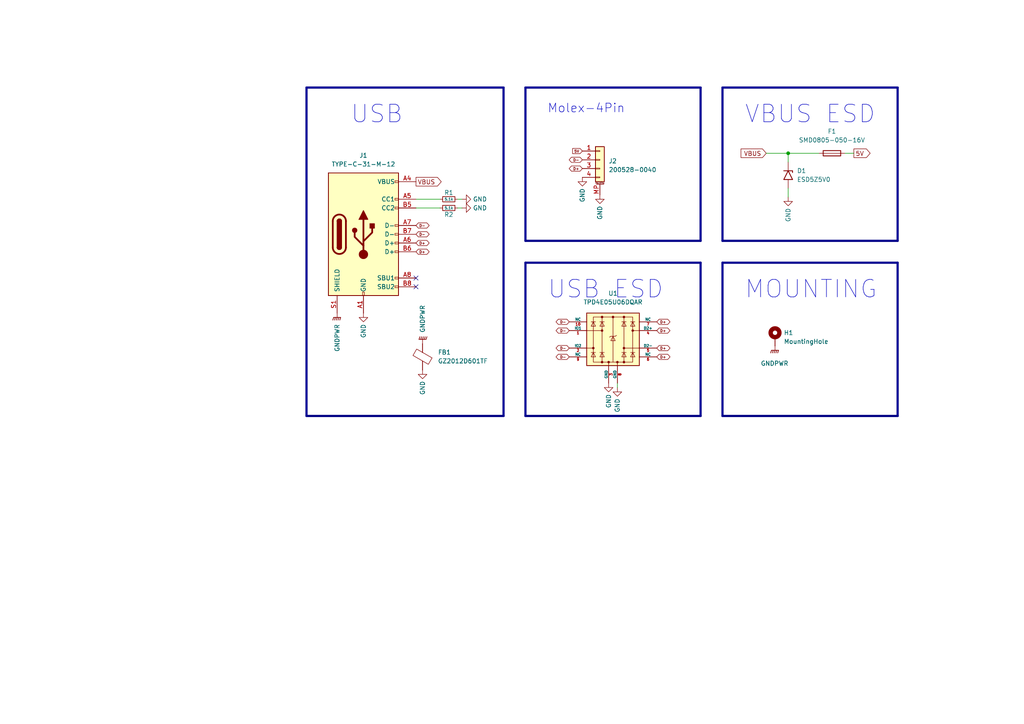
<source format=kicad_sch>
(kicad_sch (version 20231120) (generator "eeschema") (generator_version "8.0")
  (paper "A4")
  (title_block (title "Unified Daughterboard UDB-S1") (date "2022-09-16") (rev "V1.0.0"))
  (lib_symbols
    (symbol "Connector:USB_C_Receptacle_USB2.0" (pin_names (offset 1.016))
      (property "Reference" "J" (at -10.16 19.05 0))
      (property "Value" "USB_C_Receptacle_USB2.0" (at 19.05 19.05 0))
      (symbol "USB_C_Receptacle_USB2.0_0_0"
        (rectangle (start -0.254 -17.78) (end 0.254 -16.764))
        (rectangle (start 10.16 -14.986) (end 9.144 -15.494))
        (rectangle (start 10.16 -12.446) (end 9.144 -12.954))
        (rectangle (start 10.16 -4.826) (end 9.144 -5.334))
        (rectangle (start 10.16 -2.286) (end 9.144 -2.794))
        (rectangle (start 10.16 0.254) (end 9.144 -0.254))
        (rectangle (start 10.16 2.794) (end 9.144 2.286))
        (rectangle (start 10.16 7.874) (end 9.144 7.366))
        (rectangle (start 10.16 10.414) (end 9.144 9.906))
        (rectangle (start 10.16 15.494) (end 9.144 14.986))
      )
      (symbol "USB_C_Receptacle_USB2.0_0_1"
        (rectangle (start -10.16 17.78) (end 10.16 -17.78) (stroke (width 0.254)) (fill (type background)))
        (arc (start -8.89 -3.81) (mid -6.985 -5.7066) (end -5.08 -3.81) (stroke (width 0.508)))
        (arc (start -7.62 -3.81) (mid -6.985 -4.4422) (end -6.35 -3.81) (stroke (width 0.254)))
        (arc (start -7.62 -3.81) (mid -6.985 -4.4422) (end -6.35 -3.81) (stroke (width 0.254)) (fill (type outline)))
        (rectangle (start -7.62 -3.81) (end -6.35 3.81) (stroke (width 0.254)) (fill (type outline)))
        (arc (start -6.35 3.81) (mid -6.985 4.4422) (end -7.62 3.81) (stroke (width 0.254)))
        (arc (start -6.35 3.81) (mid -6.985 4.4422) (end -7.62 3.81) (stroke (width 0.254)) (fill (type outline)))
        (arc (start -5.08 3.81) (mid -6.985 5.7066) (end -8.89 3.81) (stroke (width 0.508)))
        (circle (center -2.54 1.143) (radius 0.635) (stroke (width 0.254)) (fill (type outline)))
        (circle (center 0 -5.842) (radius 1.27) (fill (type outline)))
        (polyline (pts (xy -8.89 -3.81) (xy -8.89 3.81)) (stroke (width 0.508)))
        (polyline (pts (xy -5.08 3.81) (xy -5.08 -3.81)) (stroke (width 0.508)))
        (polyline (pts (xy 0 -5.842) (xy 0 4.318)) (stroke (width 0.508)))
        (polyline (pts (xy 0 -3.302) (xy -2.54 -0.762) (xy -2.54 0.508)) (stroke (width 0.508)))
        (polyline (pts (xy 0 -2.032) (xy 2.54 0.508) (xy 2.54 1.778)) (stroke (width 0.508)))
        (polyline (pts (xy -1.27 4.318) (xy 0 6.858) (xy 1.27 4.318) (xy -1.27 4.318)) (stroke (width 0.254)) (fill (type outline)))
        (rectangle (start 1.905 1.778) (end 3.175 3.048) (stroke (width 0.254)) (fill (type outline)))
      )
      (symbol "USB_C_Receptacle_USB2.0_1_1"
        (pin passive line (at 0 -22.86 90) (length 5.08) (name "GND") (number "A1"))
        (pin passive line (at 0 -22.86 90) (length 5.08) hide (name "GND") (number "A12"))
        (pin passive line (at 15.24 15.24 180) (length 5.08) (name "VBUS") (number "A4"))
        (pin bidirectional line (at 15.24 10.16 180) (length 5.08) (name "CC1") (number "A5"))
        (pin bidirectional line (at 15.24 -2.54 180) (length 5.08) (name "D+") (number "A6"))
        (pin bidirectional line (at 15.24 2.54 180) (length 5.08) (name "D-") (number "A7"))
        (pin bidirectional line (at 15.24 -12.7 180) (length 5.08) (name "SBU1") (number "A8"))
        (pin passive line (at 15.24 15.24 180) (length 5.08) hide (name "VBUS") (number "A9"))
        (pin passive line (at 0 -22.86 90) (length 5.08) hide (name "GND") (number "B1"))
        (pin passive line (at 0 -22.86 90) (length 5.08) hide (name "GND") (number "B12"))
        (pin passive line (at 15.24 15.24 180) (length 5.08) hide (name "VBUS") (number "B4"))
        (pin bidirectional line (at 15.24 7.62 180) (length 5.08) (name "CC2") (number "B5"))
        (pin bidirectional line (at 15.24 -5.08 180) (length 5.08) (name "D+") (number "B6"))
        (pin bidirectional line (at 15.24 0 180) (length 5.08) (name "D-") (number "B7"))
        (pin bidirectional line (at 15.24 -15.24 180) (length 5.08) (name "SBU2") (number "B8"))
        (pin passive line (at 15.24 15.24 180) (length 5.08) hide (name "VBUS") (number "B9"))
        (pin passive line (at -7.62 -22.86 90) (length 5.08) (name "SHIELD") (number "S1"))
      )
    )
    (symbol "Connector_Generic_MountingPin:Conn_01x04_MountingPin" (pin_names (offset 1.016) hide)
      (property "Reference" "J" (at 0 5.08 0))
      (property "Value" "Conn_01x04_MountingPin" (at 1.27 -7.62 0))
      (symbol "Conn_01x04_MountingPin_1_1"
        (rectangle (start -1.27 -4.953) (end 0 -5.207) (stroke (width 0.1524)))
        (rectangle (start -1.27 -2.413) (end 0 -2.667) (stroke (width 0.1524)))
        (rectangle (start -1.27 0.127) (end 0 -0.127) (stroke (width 0.1524)))
        (rectangle (start -1.27 2.667) (end 0 2.413) (stroke (width 0.1524)))
        (rectangle (start -1.27 3.81) (end 1.27 -6.35) (stroke (width 0.254)) (fill (type background)))
        (polyline (pts (xy -1.016 -7.112) (xy 1.016 -7.112)) (stroke (width 0.1524)))
        (text "Mounting" (at 0 -6.731 0) (effects (font (size 0.381 0.381))))
        (pin passive line (at -5.08 2.54 0) (length 3.81) (name "Pin_1") (number "1"))
        (pin passive line (at -5.08 0 0) (length 3.81) (name "Pin_2") (number "2"))
        (pin passive line (at -5.08 -2.54 0) (length 3.81) (name "Pin_3") (number "3"))
        (pin passive line (at -5.08 -5.08 0) (length 3.81) (name "Pin_4") (number "4"))
        (pin passive line (at 0 -10.16 90) (length 3.048) (name "MountPin") (number "MP"))
      )
    )
    (symbol "Device:FerriteBead" (pin_numbers hide) (pin_names (offset 0))
      (property "Reference" "FB" (at -3.81 0.635 90))
      (property "Value" "FerriteBead" (at 3.81 0 90))
      (symbol "FerriteBead_0_1"
        (polyline (pts (xy 0 -1.27) (xy 0 -1.2192)))
        (polyline (pts (xy 0 1.27) (xy 0 1.2954)))
        (polyline (pts (xy -2.7686 0.4064) (xy -1.7018 2.2606) (xy 2.7686 -0.3048) (xy 1.6764 -2.159) (xy -2.7686 0.4064)))
      )
      (symbol "FerriteBead_1_1"
        (pin passive line (at 0 3.81 270) (length 2.54) (name "~") (number "1"))
        (pin passive line (at 0 -3.81 90) (length 2.54) (name "~") (number "2"))
      )
    )
    (symbol "Device:Fuse" (pin_numbers hide) (pin_names (offset 0))
      (property "Reference" "F" (at 2.032 0 90))
      (property "Value" "Fuse" (at -1.905 0 90))
      (symbol "Fuse_0_1"
        (rectangle (start -0.762 -2.54) (end 0.762 2.54) (stroke (width 0.254)))
        (polyline (pts (xy 0 2.54) (xy 0 -2.54)))
      )
      (symbol "Fuse_1_1"
        (pin passive line (at 0 3.81 270) (length 1.27) (name "~") (number "1"))
        (pin passive line (at 0 -3.81 90) (length 1.27) (name "~") (number "2"))
      )
    )
    (symbol "Device:R_Small" (pin_numbers hide) (pin_names (offset 0.254) hide)
      (property "Reference" "R" (at 0.762 0.508 0))
      (property "Value" "R_Small" (at 0.762 -1.016 0))
      (symbol "R_Small_0_1"
        (rectangle (start -0.762 1.778) (end 0.762 -1.778) (stroke (width 0.2032)))
      )
      (symbol "R_Small_1_1"
        (pin passive line (at 0 2.54 270) (length 0.762) (name "~") (number "1"))
        (pin passive line (at 0 -2.54 90) (length 0.762) (name "~") (number "2"))
      )
    )
    (symbol "Diode:SMF6V0A" (pin_numbers hide) (pin_names (offset 1.016) hide)
      (property "Reference" "D" (at 0 2.54 0))
      (property "Value" "SMF6V0A" (at 0 -2.54 0))
      (symbol "SMF6V0A_0_1"
        (polyline (pts (xy -0.762 1.27) (xy -1.27 1.27) (xy -1.27 -1.27)) (stroke (width 0.254)))
        (polyline (pts (xy 1.27 1.27) (xy 1.27 -1.27) (xy -1.27 0) (xy 1.27 1.27)) (stroke (width 0.254)))
      )
      (symbol "SMF6V0A_1_1"
        (pin passive line (at -3.81 0 0) (length 2.54) (name "A1") (number "1"))
        (pin passive line (at 3.81 0 180) (length 2.54) (name "A2") (number "2"))
      )
    )
    (symbol "Mechanical:MountingHole_Pad" (pin_numbers hide) (pin_names (offset 1.016) hide)
      (property "Reference" "H" (at 0 6.35 0))
      (property "Value" "MountingHole_Pad" (at 0 4.445 0))
      (symbol "MountingHole_Pad_0_1"
        (circle (center 0 1.27) (radius 1.27) (stroke (width 1.27)))
      )
      (symbol "MountingHole_Pad_1_1"
        (pin input line (at 0 -2.54 90) (length 2.54) (name "1") (number "1"))
      )
    )
    (symbol "acheron_Symbols:TPD4E05U06DQAR" (pin_names (offset 0))
      (property "Reference" "U" (at 0 12.7 0))
      (property "Value" "TPD4E05U06DQAR" (at 0 10.16 0))
      (symbol "TPD4E05U06DQAR_0_0"
        (rectangle (start -5.715 6.477) (end 5.715 -6.604))
        (polyline (pts (xy -3.175 -6.604) (xy -3.175 6.477)))
        (polyline (pts (xy 0 6.477) (xy 0 -6.604)))
        (polyline (pts (xy 3.175 6.477) (xy 3.175 -6.604)))
      )
      (symbol "TPD4E05U06DQAR_0_1"
        (rectangle (start -7.62 7.62) (end 7.62 -7.62) (stroke (width 0.254)) (fill (type background)))
        (circle (center -5.715 -2.54) (radius 0.2794) (fill (type outline)))
        (circle (center -3.175 -6.604) (radius 0.2794) (fill (type outline)))
        (circle (center -3.175 2.54) (radius 0.2794) (fill (type outline)))
        (circle (center -3.175 6.477) (radius 0.2794) (fill (type outline)))
        (circle (center -1.27 -6.604) (radius 0.2794) (fill (type outline)))
        (polyline (pts (xy -7.747 2.54) (xy -3.175 2.54)))
        (polyline (pts (xy -7.62 -2.54) (xy -5.715 -2.54)))
        (polyline (pts (xy -5.08 -3.81) (xy -6.35 -3.81)))
        (polyline (pts (xy -5.08 5.08) (xy -6.35 5.08)))
        (polyline (pts (xy -2.54 -3.81) (xy -3.81 -3.81)))
        (polyline (pts (xy -2.54 5.08) (xy -3.81 5.08)))
        (polyline (pts (xy -1.27 -6.604) (xy -1.27 -7.62)))
        (polyline (pts (xy -0.635 0.889) (xy -1.016 0.635)))
        (polyline (pts (xy 0.635 0.889) (xy -0.635 0.889)))
        (polyline (pts (xy 0.635 0.889) (xy 1.016 1.143)))
        (polyline (pts (xy 3.81 -3.81) (xy 2.54 -3.81)))
        (polyline (pts (xy 3.81 5.08) (xy 2.54 5.08)))
        (polyline (pts (xy 6.35 -3.81) (xy 5.08 -3.81)))
        (polyline (pts (xy 6.35 5.08) (xy 5.08 5.08)))
        (polyline (pts (xy 7.62 -2.54) (xy 3.175 -2.54)))
        (polyline (pts (xy 7.62 2.54) (xy 5.715 2.54)))
        (polyline (pts (xy -5.08 -5.08) (xy -6.35 -5.08) (xy -5.715 -3.81) (xy -5.08 -5.08)))
        (polyline (pts (xy -5.08 3.81) (xy -6.35 3.81) (xy -5.715 5.08) (xy -5.08 3.81)))
        (polyline (pts (xy -2.54 -5.08) (xy -3.81 -5.08) (xy -3.175 -3.81) (xy -2.54 -5.08)))
        (polyline (pts (xy -2.54 3.81) (xy -3.81 3.81) (xy -3.175 5.08) (xy -2.54 3.81)))
        (polyline (pts (xy 0.635 -0.381) (xy -0.635 -0.381) (xy 0 0.889) (xy 0.635 -0.381)))
        (polyline (pts (xy 3.81 -5.08) (xy 2.54 -5.08) (xy 3.175 -3.81) (xy 3.81 -5.08)))
        (polyline (pts (xy 3.81 3.81) (xy 2.54 3.81) (xy 3.175 5.08) (xy 3.81 3.81)))
        (polyline (pts (xy 6.35 -5.08) (xy 5.08 -5.08) (xy 5.715 -3.81) (xy 6.35 -5.08)))
        (polyline (pts (xy 6.35 3.81) (xy 5.08 3.81) (xy 5.715 5.08) (xy 6.35 3.81)))
        (circle (center 0 6.477) (radius 0.2794) (fill (type outline)))
        (circle (center 3.175 -6.604) (radius 0.2794) (fill (type outline)))
        (circle (center 3.175 -2.54) (radius 0.2794) (fill (type outline)))
        (circle (center 3.175 6.477) (radius 0.2794) (fill (type outline)))
        (circle (center 5.715 2.54) (radius 0.2794) (fill (type outline)))
      )
      (symbol "TPD4E05U06DQAR_1_1"
        (polyline (pts (xy 1.27 -6.604) (xy 1.27 -7.62)))
        (circle (center 1.27 -6.604) (radius 0.2794) (fill (type outline)))
        (pin bidirectional line (at -12.7 2.54 0) (length 5.08) (name "IO1") (number "1"))
        (pin bidirectional line (at -12.7 5.08 0) (length 5.08) (name "NC") (number "10"))
        (pin bidirectional line (at -12.7 -2.54 0) (length 5.08) (name "IO2") (number "2"))
        (pin power_in line (at -1.27 -12.7 90) (length 5.08) (name "GND") (number "3"))
        (pin bidirectional line (at 12.7 2.54 180) (length 5.08) (name "D2+") (number "4"))
        (pin bidirectional line (at 12.7 -2.54 180) (length 5.08) (name "D2-") (number "5"))
        (pin bidirectional line (at 12.7 -5.08 180) (length 5.08) (name "NC") (number "6"))
        (pin bidirectional line (at 12.7 5.08 180) (length 5.08) (name "NC") (number "7"))
        (pin power_in line (at 1.27 -12.7 90) (length 5.08) (name "GND") (number "8"))
        (pin bidirectional line (at -12.7 -5.08 0) (length 5.08) (name "NC") (number "9"))
      )
    )
    (symbol "power:GND" (power) (pin_names (offset 0))
      (property "Value" "GND" (at 0 -3.81 0))
      (symbol "GND_0_1"
        (polyline (pts (xy 0 0) (xy 0 -1.27) (xy 1.27 -1.27) (xy 0 -2.54) (xy -1.27 -1.27) (xy 0 -1.27)))
      )
      (symbol "GND_1_1"
        (pin power_in line (at 0 0 270) (length 0) hide (name "GND") (number "1"))
      )
    )
    (symbol "power:GNDPWR" (power) (pin_names (offset 0))
      (property "Value" "GNDPWR" (at 0 -3.302 0))
      (symbol "GNDPWR_0_1"
        (polyline (pts (xy 0 -1.27) (xy 0 0)))
        (polyline (pts (xy -1.016 -1.27) (xy -1.27 -2.032) (xy -1.27 -2.032)) (stroke (width 0.2032)))
        (polyline (pts (xy -0.508 -1.27) (xy -0.762 -2.032) (xy -0.762 -2.032)) (stroke (width 0.2032)))
        (polyline (pts (xy 0 -1.27) (xy -0.254 -2.032) (xy -0.254 -2.032)) (stroke (width 0.2032)))
        (polyline (pts (xy 0.508 -1.27) (xy 0.254 -2.032) (xy 0.254 -2.032)) (stroke (width 0.2032)))
        (polyline (pts (xy 1.016 -1.27) (xy -1.016 -1.27) (xy -1.016 -1.27)) (stroke (width 0.2032)))
        (polyline (pts (xy 1.016 -1.27) (xy 0.762 -2.032) (xy 0.762 -2.032) (xy 0.762 -2.032)) (stroke (width 0.2032)))
      )
      (symbol "GNDPWR_1_1"
        (pin power_in line (at 0 0 270) (length 0) hide (name "GNDPWR") (number "1"))
      )
    )
  )
  (junction (at 228.6 44.45))
  (no_connect (at 120.65 83.185))
  (no_connect (at 120.65 80.645))
  (wire (pts (xy 179.07 111.125) (xy 179.07 112.395)))
  (bus (pts (xy 146.05 25.4) (xy 146.05 120.65)) (stroke (width 0.635)))
  (bus (pts (xy 260.35 69.85) (xy 209.55 69.85)) (stroke (width 0.635)))
  (bus (pts (xy 88.9 120.65) (xy 146.05 120.65)) (stroke (width 0.635)))
  (wire (pts (xy 228.6 57.15) (xy 228.6 54.61)))
  (bus (pts (xy 209.55 76.2) (xy 209.55 120.65)) (stroke (width 0.635)))
  (bus (pts (xy 203.2 25.4) (xy 203.2 69.85)) (stroke (width 0.635)))
  (bus (pts (xy 209.55 25.4) (xy 209.55 69.85)) (stroke (width 0.635)))
  (bus (pts (xy 209.55 25.4) (xy 260.35 25.4)) (stroke (width 0.635)))
  (wire (pts (xy 120.65 57.785) (xy 127.635 57.785)))
  (wire (pts (xy 120.65 60.325) (xy 127.635 60.325)))
  (wire (pts (xy 228.6 44.45) (xy 237.49 44.45)))
  (bus (pts (xy 152.4 76.2) (xy 152.4 120.65)) (stroke (width 0.635)))
  (wire (pts (xy 228.6 46.99) (xy 228.6 44.45)))
  (bus (pts (xy 152.4 25.4) (xy 203.2 25.4)) (stroke (width 0.635)))
  (wire (pts (xy 222.25 44.45) (xy 228.6 44.45)))
  (bus (pts (xy 209.55 76.2) (xy 260.35 76.2)) (stroke (width 0.635)))
  (bus (pts (xy 88.9 25.4) (xy 146.05 25.4)) (stroke (width 0.635)))
  (bus (pts (xy 203.2 120.65) (xy 152.4 120.65)) (stroke (width 0.635)))
  (bus (pts (xy 260.35 120.65) (xy 209.55 120.65)) (stroke (width 0.635)))
  (wire (pts (xy 245.11 44.45) (xy 247.65 44.45)))
  (bus (pts (xy 260.35 25.4) (xy 260.35 69.85)) (stroke (width 0.635)))
  (wire (pts (xy 132.715 60.325) (xy 133.985 60.325)))
  (bus (pts (xy 88.9 25.4) (xy 88.9 120.65)) (stroke (width 0.635)))
  (bus (pts (xy 203.2 69.85) (xy 152.4 69.85)) (stroke (width 0.635)))
  (wire (pts (xy 132.715 57.785) (xy 133.985 57.785)))
  (bus (pts (xy 152.4 25.4) (xy 152.4 69.85)) (stroke (width 0.635)))
  (bus (pts (xy 260.35 76.2) (xy 260.35 120.65)) (stroke (width 0.635)))
  (bus (pts (xy 203.2 76.2) (xy 203.2 120.65)) (stroke (width 0.635)))
  (bus (pts (xy 152.4 76.2) (xy 203.2 76.2)) (stroke (width 0.635)))
  (text "USB ESD" (at 158.75 86.995 0) (effects (font (size 5.08 5.08)) (justify left bottom)))
  (text "VBUS ESD" (at 215.9 36.195 0) (effects (font (size 5.08 5.08)) (justify left bottom)))
  (text "USB" (at 101.6 36.195 0) (effects (font (size 5.08 5.08)) (justify left bottom)))
  (text "MOUNTING" (at 215.9 86.995 0) (effects (font (size 5.08 5.08)) (justify left bottom)))
  (text "Molex-4Pin" (at 158.75 33.02 0) (effects (font (size 2.54 2.54)) (justify left bottom)))
  (global_label "VBUS" (shape output) (at 120.65 52.705 0) (property "Intersheetrefs" "${INTERSHEET_REFS}" (effects (hide yes))))
  (global_label "D+" (shape bidirectional) (at 190.5 95.885 0) (effects (font (size 0.762 0.762))) (property "Intersheetrefs" "${INTERSHEET_REFS}" (effects (hide yes))))
  (global_label "D-" (shape bidirectional) (at 165.1 100.965 180) (effects (font (size 0.762 0.762))) (property "Intersheetrefs" "${INTERSHEET_REFS}" (effects (hide yes))))
  (global_label "D-" (shape bidirectional) (at 165.1 95.885 180) (effects (font (size 0.762 0.762))) (property "Intersheetrefs" "${INTERSHEET_REFS}" (effects (hide yes))))
  (global_label "VBUS" (shape input) (at 222.25 44.45 180) (property "Intersheetrefs" "${INTERSHEET_REFS}" (effects (hide yes))))
  (global_label "D+" (shape bidirectional) (at 168.91 48.895 180) (effects (font (size 0.762 0.762))) (property "Intersheetrefs" "${INTERSHEET_REFS}" (effects (hide yes))))
  (global_label "D-" (shape bidirectional) (at 120.65 67.945 0) (effects (font (size 0.762 0.762))) (property "Intersheetrefs" "${INTERSHEET_REFS}" (effects (hide yes))))
  (global_label "D+" (shape bidirectional) (at 190.5 103.505 0) (effects (font (size 0.762 0.762))) (property "Intersheetrefs" "${INTERSHEET_REFS}" (effects (hide yes))))
  (global_label "5V" (shape output) (at 247.65 44.45 0) (property "Intersheetrefs" "${INTERSHEET_REFS}" (effects (hide yes))))
  (global_label "5V" (shape input) (at 168.91 43.815 180) (effects (font (size 0.762 0.762))) (property "Intersheetrefs" "${INTERSHEET_REFS}" (effects (hide yes))))
  (global_label "D-" (shape bidirectional) (at 120.65 65.405 0) (effects (font (size 0.762 0.762))) (property "Intersheetrefs" "${INTERSHEET_REFS}" (effects (hide yes))))
  (global_label "D+" (shape bidirectional) (at 120.65 70.485 0) (effects (font (size 0.762 0.762))) (property "Intersheetrefs" "${INTERSHEET_REFS}" (effects (hide yes))))
  (global_label "D-" (shape bidirectional) (at 168.91 46.355 180) (effects (font (size 0.762 0.762))) (property "Intersheetrefs" "${INTERSHEET_REFS}" (effects (hide yes))))
  (global_label "D+" (shape bidirectional) (at 120.65 73.025 0) (effects (font (size 0.762 0.762))) (property "Intersheetrefs" "${INTERSHEET_REFS}" (effects (hide yes))))
  (global_label "D+" (shape bidirectional) (at 190.5 93.345 0) (effects (font (size 0.762 0.762))) (property "Intersheetrefs" "${INTERSHEET_REFS}" (effects (hide yes))))
  (global_label "D-" (shape bidirectional) (at 165.1 103.505 180) (effects (font (size 0.762 0.762))) (property "Intersheetrefs" "${INTERSHEET_REFS}" (effects (hide yes))))
  (global_label "D+" (shape bidirectional) (at 190.5 100.965 0) (effects (font (size 0.762 0.762))) (property "Intersheetrefs" "${INTERSHEET_REFS}" (effects (hide yes))))
  (global_label "D-" (shape bidirectional) (at 165.1 93.345 180) (effects (font (size 0.762 0.762))) (property "Intersheetrefs" "${INTERSHEET_REFS}" (effects (hide yes))))
  (symbol (lib_id "Device:Fuse") (at 241.3 44.45 90) (unit 1)
    (property "Reference" "F1" (at 241.3 38.1 90))
    (property "Value" "SMD0805-050-16V" (at 241.3 40.64 90))
    (property "Footprint" "Fuse:Fuse_1206_3216Metric" (effects (hide yes)))
    (property "Manufacturer" "TECHFUSE" (effects (hide yes)))
    (property "Manufacturer Part Number" "SMD0805-050-16V" (effects (hide yes)))
    (property "LCSC Part Number" "C2833485" (effects (hide yes)))
    (property "Package" "F0805" (effects (hide yes)))
  )
  (symbol (lib_id "power:GND") (at 133.985 57.785 90) (unit 1)
    (property "Reference" "#PWR02" (effects (hide yes)))
    (property "Value" "GND" (at 137.16 57.785 90) (effects (justify right)))
  )
  (symbol (lib_id "Mechanical:MountingHole_Pad") (at 224.79 97.79 0) (unit 1) (in_bom no)
    (property "Reference" "H1" (at 227.33 96.5199 0) (effects (justify left)))
    (property "Value" "MountingHole" (at 227.33 99.0599 0) (effects (justify left)))
    (property "Footprint" "MountingHole:MountingHole_2.2mm_M2_Pad_TopBottom" (effects (hide yes)))
  )
  (symbol (lib_id "power:GND") (at 168.91 51.435 0) (unit 1)
    (property "Reference" "#PWR04" (effects (hide yes)))
    (property "Value" "GND" (at 168.91 54.61 90) (effects (justify right)))
  )
  (symbol (lib_id "Device:FerriteBead") (at 122.555 103.505 0) (unit 1)
    (property "Reference" "FB1" (at 127 102.1841 0) (effects (justify left)))
    (property "Value" "GZ2012D601TF" (at 127 104.7241 0) (effects (justify left)))
    (property "Footprint" "Inductor_SMD:L_0805_2012Metric_Pad1.15x1.40mm_HandSolder" (effects (hide yes)))
    (property "Manufacturer" "Sunlord" (effects (hide yes)))
    (property "Manufacturer Part Number" "GZ2012D601TF" (effects (hide yes)))
    (property "LCSC Part Number" "C1017" (effects (hide yes)))
    (property "Package" "F0805" (effects (hide yes)))
  )
  (symbol (lib_id "power:GNDPWR") (at 97.79 90.805 0) (unit 1)
    (property "Reference" "#PWR09" (effects (hide yes)))
    (property "Value" "GNDPWR" (at 97.79 93.98 90) (effects (justify right)))
  )
  (symbol (lib_id "power:GND") (at 176.53 111.125 0) (unit 1)
    (property "Reference" "#PWR07" (effects (hide yes)))
    (property "Value" "GND" (at 176.53 114.3 90) (effects (justify right)))
  )
  (symbol (lib_id "Connector:USB_C_Receptacle_USB2.0") (at 105.41 67.945 0) (unit 1)
    (property "Reference" "J1" (at 105.41 45.085 0))
    (property "Value" "TYPE-C-31-M-12" (at 105.41 47.625 0))
    (property "Footprint" "Connector_USB:USB_C_Receptacle_HRO_TYPE-C-31-M-12" (effects (hide yes)))
    (property "Datasheet" "https://www.usb.org/sites/default/files/documents/usb_type-c.zip" (effects (hide yes)))
    (property "Manufacturer" "Koren Hroparts" (effects (hide yes)))
    (property "Manufacturer Part Number" "TYPE-C-31-M-12" (effects (hide yes)))
    (property "LCSC Part Number" "C165948" (effects (hide yes)))
  )
  (symbol (lib_id "acheron_Symbols:TPD4E05U06DQAR") (at 177.8 98.425 0) (unit 1)
    (property "Reference" "U1" (at 177.8 85.09 0))
    (property "Value" "TPD4E05U06DQAR" (at 177.8 87.63 0))
    (property "Footprint" "Package_SON:USON-10_2.5x1.0mm_P0.5mm" (effects (hide yes)))
    (property "Manufacturer" "MSKSEMI" (effects (hide yes)))
    (property "Package" "uSON-10" (effects (hide yes)))
    (property "Manufacturer Part Number" "TPD4E05U06DQAR" (effects (hide yes)))
    (property "LCSC Part Number" "C2836386" (effects (hide yes)))
  )
  (symbol (lib_id "power:GNDPWR") (at 122.555 99.695 180) (unit 1)
    (property "Reference" "#PWR011" (effects (hide yes)))
    (property "Value" "GNDPWR" (at 122.555 96.52 90) (effects (justify right)))
  )
  (symbol (lib_id "power:GND") (at 133.985 60.325 90) (unit 1)
    (property "Reference" "#PWR03" (effects (hide yes)))
    (property "Value" "GND" (at 137.16 60.325 90) (effects (justify right)))
  )
  (symbol (lib_id "Connector_Generic_MountingPin:Conn_01x04_MountingPin") (at 173.99 46.355 0) (unit 1)
    (property "Reference" "J2" (at 176.53 46.7105 0) (effects (justify left)))
    (property "Value" "200528-0040" (at 176.53 49.2505 0) (effects (justify left)))
    (property "Footprint" "Connector_FFC-FPC:Molex_200528-0040_1x04-1MP_P1.00mm_Horizontal" (effects (hide yes)))
    (property "Manufacturer" "MOLEX" (effects (hide yes)))
    (property "Manufacturer Part Number" "78171-0004" (effects (hide yes)))
    (property "LCSC Part Number" "C588524" (effects (hide yes)))
  )
  (symbol (lib_id "power:GND") (at 105.41 90.805 0) (unit 1)
    (property "Reference" "#PWR010" (effects (hide yes)))
    (property "Value" "GND" (at 105.41 93.98 90) (effects (justify right)))
  )
  (symbol (lib_id "power:GND") (at 179.07 112.395 0) (unit 1)
    (property "Reference" "#PWR08" (effects (hide yes)))
    (property "Value" "GND" (at 179.07 115.57 90) (effects (justify right)))
  )
  (symbol (lib_id "Diode:SMF6V0A") (at 228.6 50.8 270) (unit 1)
    (property "Reference" "D1" (at 231.14 49.5299 90) (effects (justify left)))
    (property "Value" "ESD5Z5V0" (at 231.14 52.0699 90) (effects (justify left)))
    (property "Footprint" "Diode_SMD:D_SOD-523" (effects (hide yes)))
    (property "Datasheet" "https://www.vishay.com/doc?85881" (effects (hide yes)))
    (property "Manufacturer" "MDD" (effects (hide yes)))
    (property "Manufacturer Part Number" "ESD5Z5V0" (effects (hide yes)))
    (property "LCSC Part Number" "C502546" (effects (hide yes)))
    (property "Package" "SOD-523" (effects (hide yes)))
  )
  (symbol (lib_id "power:GND") (at 173.99 56.515 0) (unit 1)
    (property "Reference" "#PWR06" (effects (hide yes)))
    (property "Value" "GND" (at 173.99 59.69 90) (effects (justify right)))
  )
  (symbol (lib_id "power:GNDPWR") (at 224.79 100.33 0) (unit 1)
    (property "Reference" "#PWR01" (effects (hide yes)))
    (property "Value" "GNDPWR" (at 224.663 105.41 0))
  )
  (symbol (lib_id "Device:R_Small") (at 130.175 57.785 270) (unit 1)
    (property "Reference" "R1" (at 130.175 55.88 90))
    (property "Value" "5.1k" (at 130.175 57.785 90) (effects (font (size 0.762 0.762))))
    (property "Footprint" "Resistor_SMD:R_0805_2012Metric_Pad1.20x1.40mm_HandSolder" (effects (hide yes)))
  )
  (symbol (lib_id "power:GND") (at 228.6 57.15 0) (unit 1)
    (property "Reference" "#PWR05" (effects (hide yes)))
    (property "Value" "GND" (at 228.6 60.325 90) (effects (justify right)))
  )
  (symbol (lib_id "power:GND") (at 122.555 107.315 0) (unit 1)
    (property "Reference" "#PWR012" (effects (hide yes)))
    (property "Value" "GND" (at 122.555 110.49 90) (effects (justify right)))
  )
  (symbol (lib_id "Device:R_Small") (at 130.175 60.325 90) (unit 1)
    (property "Reference" "R2" (at 130.175 62.23 90))
    (property "Value" "5.1k" (at 130.175 60.325 90) (effects (font (size 0.762 0.762))))
    (property "Footprint" "Resistor_SMD:R_0805_2012Metric_Pad1.20x1.40mm_HandSolder" (effects (hide yes)))
  )
)
</source>
